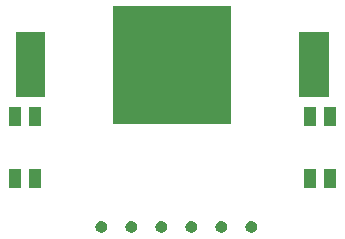
<source format=gbs>
G04 #@! TF.GenerationSoftware,KiCad,Pcbnew,5.0.1*
G04 #@! TF.CreationDate,2019-03-04T15:40:33+01:00*
G04 #@! TF.ProjectId,AnalogWatch,416E616C6F6757617463682E6B696361,rev?*
G04 #@! TF.SameCoordinates,Original*
G04 #@! TF.FileFunction,Soldermask,Bot*
G04 #@! TF.FilePolarity,Negative*
%FSLAX46Y46*%
G04 Gerber Fmt 4.6, Leading zero omitted, Abs format (unit mm)*
G04 Created by KiCad (PCBNEW 5.0.1) date Mo 04 Mär 2019 15:40:33 CET*
%MOMM*%
%LPD*%
G01*
G04 APERTURE LIST*
%ADD10C,0.100000*%
G04 APERTURE END LIST*
D10*
G36*
X106825843Y-108739214D02*
X106825846Y-108739215D01*
X106825845Y-108739215D01*
X106916839Y-108776906D01*
X106971311Y-108813303D01*
X106998733Y-108831626D01*
X107068374Y-108901267D01*
X107068375Y-108901269D01*
X107123094Y-108983161D01*
X107123094Y-108983162D01*
X107160786Y-109074157D01*
X107180000Y-109170753D01*
X107180000Y-109269247D01*
X107160786Y-109365843D01*
X107160785Y-109365845D01*
X107123094Y-109456839D01*
X107086697Y-109511311D01*
X107068374Y-109538733D01*
X106998733Y-109608374D01*
X106971311Y-109626697D01*
X106916839Y-109663094D01*
X106852495Y-109689746D01*
X106825843Y-109700786D01*
X106729247Y-109720000D01*
X106630753Y-109720000D01*
X106534157Y-109700786D01*
X106507505Y-109689746D01*
X106443161Y-109663094D01*
X106388689Y-109626697D01*
X106361267Y-109608374D01*
X106291626Y-109538733D01*
X106273303Y-109511311D01*
X106236906Y-109456839D01*
X106199215Y-109365845D01*
X106199214Y-109365843D01*
X106180000Y-109269247D01*
X106180000Y-109170753D01*
X106199214Y-109074157D01*
X106236906Y-108983162D01*
X106236906Y-108983161D01*
X106291625Y-108901269D01*
X106291626Y-108901267D01*
X106361267Y-108831626D01*
X106388689Y-108813303D01*
X106443161Y-108776906D01*
X106534155Y-108739215D01*
X106534154Y-108739215D01*
X106534157Y-108739214D01*
X106630753Y-108720000D01*
X106729247Y-108720000D01*
X106825843Y-108739214D01*
X106825843Y-108739214D01*
G37*
G36*
X94125843Y-108739214D02*
X94125846Y-108739215D01*
X94125845Y-108739215D01*
X94216839Y-108776906D01*
X94271311Y-108813303D01*
X94298733Y-108831626D01*
X94368374Y-108901267D01*
X94368375Y-108901269D01*
X94423094Y-108983161D01*
X94423094Y-108983162D01*
X94460786Y-109074157D01*
X94480000Y-109170753D01*
X94480000Y-109269247D01*
X94460786Y-109365843D01*
X94460785Y-109365845D01*
X94423094Y-109456839D01*
X94386697Y-109511311D01*
X94368374Y-109538733D01*
X94298733Y-109608374D01*
X94271311Y-109626697D01*
X94216839Y-109663094D01*
X94152495Y-109689746D01*
X94125843Y-109700786D01*
X94029247Y-109720000D01*
X93930753Y-109720000D01*
X93834157Y-109700786D01*
X93807505Y-109689746D01*
X93743161Y-109663094D01*
X93688689Y-109626697D01*
X93661267Y-109608374D01*
X93591626Y-109538733D01*
X93573303Y-109511311D01*
X93536906Y-109456839D01*
X93499215Y-109365845D01*
X93499214Y-109365843D01*
X93480000Y-109269247D01*
X93480000Y-109170753D01*
X93499214Y-109074157D01*
X93536906Y-108983162D01*
X93536906Y-108983161D01*
X93591625Y-108901269D01*
X93591626Y-108901267D01*
X93661267Y-108831626D01*
X93688689Y-108813303D01*
X93743161Y-108776906D01*
X93834155Y-108739215D01*
X93834154Y-108739215D01*
X93834157Y-108739214D01*
X93930753Y-108720000D01*
X94029247Y-108720000D01*
X94125843Y-108739214D01*
X94125843Y-108739214D01*
G37*
G36*
X99205843Y-108739214D02*
X99205846Y-108739215D01*
X99205845Y-108739215D01*
X99296839Y-108776906D01*
X99351311Y-108813303D01*
X99378733Y-108831626D01*
X99448374Y-108901267D01*
X99448375Y-108901269D01*
X99503094Y-108983161D01*
X99503094Y-108983162D01*
X99540786Y-109074157D01*
X99560000Y-109170753D01*
X99560000Y-109269247D01*
X99540786Y-109365843D01*
X99540785Y-109365845D01*
X99503094Y-109456839D01*
X99466697Y-109511311D01*
X99448374Y-109538733D01*
X99378733Y-109608374D01*
X99351311Y-109626697D01*
X99296839Y-109663094D01*
X99232495Y-109689746D01*
X99205843Y-109700786D01*
X99109247Y-109720000D01*
X99010753Y-109720000D01*
X98914157Y-109700786D01*
X98887505Y-109689746D01*
X98823161Y-109663094D01*
X98768689Y-109626697D01*
X98741267Y-109608374D01*
X98671626Y-109538733D01*
X98653303Y-109511311D01*
X98616906Y-109456839D01*
X98579215Y-109365845D01*
X98579214Y-109365843D01*
X98560000Y-109269247D01*
X98560000Y-109170753D01*
X98579214Y-109074157D01*
X98616906Y-108983162D01*
X98616906Y-108983161D01*
X98671625Y-108901269D01*
X98671626Y-108901267D01*
X98741267Y-108831626D01*
X98768689Y-108813303D01*
X98823161Y-108776906D01*
X98914155Y-108739215D01*
X98914154Y-108739215D01*
X98914157Y-108739214D01*
X99010753Y-108720000D01*
X99109247Y-108720000D01*
X99205843Y-108739214D01*
X99205843Y-108739214D01*
G37*
G36*
X101745843Y-108739214D02*
X101745846Y-108739215D01*
X101745845Y-108739215D01*
X101836839Y-108776906D01*
X101891311Y-108813303D01*
X101918733Y-108831626D01*
X101988374Y-108901267D01*
X101988375Y-108901269D01*
X102043094Y-108983161D01*
X102043094Y-108983162D01*
X102080786Y-109074157D01*
X102100000Y-109170753D01*
X102100000Y-109269247D01*
X102080786Y-109365843D01*
X102080785Y-109365845D01*
X102043094Y-109456839D01*
X102006697Y-109511311D01*
X101988374Y-109538733D01*
X101918733Y-109608374D01*
X101891311Y-109626697D01*
X101836839Y-109663094D01*
X101772495Y-109689746D01*
X101745843Y-109700786D01*
X101649247Y-109720000D01*
X101550753Y-109720000D01*
X101454157Y-109700786D01*
X101427505Y-109689746D01*
X101363161Y-109663094D01*
X101308689Y-109626697D01*
X101281267Y-109608374D01*
X101211626Y-109538733D01*
X101193303Y-109511311D01*
X101156906Y-109456839D01*
X101119215Y-109365845D01*
X101119214Y-109365843D01*
X101100000Y-109269247D01*
X101100000Y-109170753D01*
X101119214Y-109074157D01*
X101156906Y-108983162D01*
X101156906Y-108983161D01*
X101211625Y-108901269D01*
X101211626Y-108901267D01*
X101281267Y-108831626D01*
X101308689Y-108813303D01*
X101363161Y-108776906D01*
X101454155Y-108739215D01*
X101454154Y-108739215D01*
X101454157Y-108739214D01*
X101550753Y-108720000D01*
X101649247Y-108720000D01*
X101745843Y-108739214D01*
X101745843Y-108739214D01*
G37*
G36*
X96665843Y-108739214D02*
X96665846Y-108739215D01*
X96665845Y-108739215D01*
X96756839Y-108776906D01*
X96811311Y-108813303D01*
X96838733Y-108831626D01*
X96908374Y-108901267D01*
X96908375Y-108901269D01*
X96963094Y-108983161D01*
X96963094Y-108983162D01*
X97000786Y-109074157D01*
X97020000Y-109170753D01*
X97020000Y-109269247D01*
X97000786Y-109365843D01*
X97000785Y-109365845D01*
X96963094Y-109456839D01*
X96926697Y-109511311D01*
X96908374Y-109538733D01*
X96838733Y-109608374D01*
X96811311Y-109626697D01*
X96756839Y-109663094D01*
X96692495Y-109689746D01*
X96665843Y-109700786D01*
X96569247Y-109720000D01*
X96470753Y-109720000D01*
X96374157Y-109700786D01*
X96347505Y-109689746D01*
X96283161Y-109663094D01*
X96228689Y-109626697D01*
X96201267Y-109608374D01*
X96131626Y-109538733D01*
X96113303Y-109511311D01*
X96076906Y-109456839D01*
X96039215Y-109365845D01*
X96039214Y-109365843D01*
X96020000Y-109269247D01*
X96020000Y-109170753D01*
X96039214Y-109074157D01*
X96076906Y-108983162D01*
X96076906Y-108983161D01*
X96131625Y-108901269D01*
X96131626Y-108901267D01*
X96201267Y-108831626D01*
X96228689Y-108813303D01*
X96283161Y-108776906D01*
X96374155Y-108739215D01*
X96374154Y-108739215D01*
X96374157Y-108739214D01*
X96470753Y-108720000D01*
X96569247Y-108720000D01*
X96665843Y-108739214D01*
X96665843Y-108739214D01*
G37*
G36*
X104285843Y-108739214D02*
X104285846Y-108739215D01*
X104285845Y-108739215D01*
X104376839Y-108776906D01*
X104431311Y-108813303D01*
X104458733Y-108831626D01*
X104528374Y-108901267D01*
X104528375Y-108901269D01*
X104583094Y-108983161D01*
X104583094Y-108983162D01*
X104620786Y-109074157D01*
X104640000Y-109170753D01*
X104640000Y-109269247D01*
X104620786Y-109365843D01*
X104620785Y-109365845D01*
X104583094Y-109456839D01*
X104546697Y-109511311D01*
X104528374Y-109538733D01*
X104458733Y-109608374D01*
X104431311Y-109626697D01*
X104376839Y-109663094D01*
X104312495Y-109689746D01*
X104285843Y-109700786D01*
X104189247Y-109720000D01*
X104090753Y-109720000D01*
X103994157Y-109700786D01*
X103967505Y-109689746D01*
X103903161Y-109663094D01*
X103848689Y-109626697D01*
X103821267Y-109608374D01*
X103751626Y-109538733D01*
X103733303Y-109511311D01*
X103696906Y-109456839D01*
X103659215Y-109365845D01*
X103659214Y-109365843D01*
X103640000Y-109269247D01*
X103640000Y-109170753D01*
X103659214Y-109074157D01*
X103696906Y-108983162D01*
X103696906Y-108983161D01*
X103751625Y-108901269D01*
X103751626Y-108901267D01*
X103821267Y-108831626D01*
X103848689Y-108813303D01*
X103903161Y-108776906D01*
X103994155Y-108739215D01*
X103994154Y-108739215D01*
X103994157Y-108739214D01*
X104090753Y-108720000D01*
X104189247Y-108720000D01*
X104285843Y-108739214D01*
X104285843Y-108739214D01*
G37*
G36*
X112150000Y-105900000D02*
X111150000Y-105900000D01*
X111150000Y-104350000D01*
X112150000Y-104350000D01*
X112150000Y-105900000D01*
X112150000Y-105900000D01*
G37*
G36*
X113850000Y-105900000D02*
X112850000Y-105900000D01*
X112850000Y-104350000D01*
X113850000Y-104350000D01*
X113850000Y-105900000D01*
X113850000Y-105900000D01*
G37*
G36*
X87150000Y-105900000D02*
X86150000Y-105900000D01*
X86150000Y-104350000D01*
X87150000Y-104350000D01*
X87150000Y-105900000D01*
X87150000Y-105900000D01*
G37*
G36*
X88850000Y-105900000D02*
X87850000Y-105900000D01*
X87850000Y-104350000D01*
X88850000Y-104350000D01*
X88850000Y-105900000D01*
X88850000Y-105900000D01*
G37*
G36*
X113850000Y-100650000D02*
X112850000Y-100650000D01*
X112850000Y-99100000D01*
X113850000Y-99100000D01*
X113850000Y-100650000D01*
X113850000Y-100650000D01*
G37*
G36*
X88850000Y-100650000D02*
X87850000Y-100650000D01*
X87850000Y-99100000D01*
X88850000Y-99100000D01*
X88850000Y-100650000D01*
X88850000Y-100650000D01*
G37*
G36*
X87150000Y-100650000D02*
X86150000Y-100650000D01*
X86150000Y-99100000D01*
X87150000Y-99100000D01*
X87150000Y-100650000D01*
X87150000Y-100650000D01*
G37*
G36*
X112150000Y-100650000D02*
X111150000Y-100650000D01*
X111150000Y-99100000D01*
X112150000Y-99100000D01*
X112150000Y-100650000D01*
X112150000Y-100650000D01*
G37*
G36*
X105000000Y-100500000D02*
X95000000Y-100500000D01*
X95000000Y-90500000D01*
X105000000Y-90500000D01*
X105000000Y-100500000D01*
X105000000Y-100500000D01*
G37*
G36*
X113250000Y-98250000D02*
X110750000Y-98250000D01*
X110750000Y-92750000D01*
X113250000Y-92750000D01*
X113250000Y-98250000D01*
X113250000Y-98250000D01*
G37*
G36*
X89250000Y-98250000D02*
X86750000Y-98250000D01*
X86750000Y-92750000D01*
X89250000Y-92750000D01*
X89250000Y-98250000D01*
X89250000Y-98250000D01*
G37*
M02*

</source>
